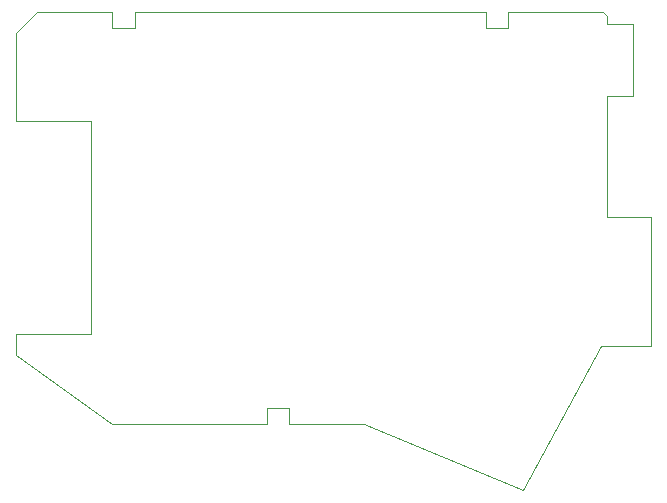
<source format=gbr>
%TF.GenerationSoftware,KiCad,Pcbnew,(5.1.2)-2*%
%TF.CreationDate,2020-04-26T17:29:46+08:00*%
%TF.ProjectId,wing-receiver-lite,77696e67-2d72-4656-9365-697665722d6c,rev?*%
%TF.SameCoordinates,Original*%
%TF.FileFunction,Profile,NP*%
%FSLAX46Y46*%
G04 Gerber Fmt 4.6, Leading zero omitted, Abs format (unit mm)*
G04 Created by KiCad (PCBNEW (5.1.2)-2) date 2020-04-26 17:29:46*
%MOMM*%
%LPD*%
G04 APERTURE LIST*
%ADD10C,0.100000*%
G04 APERTURE END LIST*
D10*
X76962000Y-84201000D02*
X76962000Y-91694000D01*
X76962000Y-111506000D02*
X76962000Y-109728000D01*
X83312000Y-109728000D02*
X76962000Y-109728000D01*
X83312000Y-91694000D02*
X83312000Y-109728000D01*
X76962000Y-91694000D02*
X83312000Y-91694000D01*
X116713000Y-82423000D02*
X116713000Y-83820000D01*
X100076000Y-115951000D02*
X98171000Y-115951000D01*
X126492000Y-110744000D02*
X119888000Y-122936000D01*
X127000000Y-99822000D02*
X130683000Y-99822000D01*
X98171000Y-115951000D02*
X98171000Y-117348000D01*
X86995000Y-82423000D02*
X116713000Y-82423000D01*
X116713000Y-83820000D02*
X118618000Y-83820000D01*
X130683000Y-99822000D02*
X130683000Y-110744000D01*
X86995000Y-83820000D02*
X86995000Y-82423000D01*
X100076000Y-117348000D02*
X100076000Y-115951000D01*
X118618000Y-83820000D02*
X118618000Y-82423000D01*
X85090000Y-117348000D02*
X76962000Y-111506000D01*
X76962000Y-84201000D02*
X78740000Y-82423000D01*
X129159000Y-89535000D02*
X127000000Y-89535000D01*
X129159000Y-83439000D02*
X129159000Y-89535000D01*
X119888000Y-122936000D02*
X106426000Y-117348000D01*
X118618000Y-82423000D02*
X126619000Y-82423000D01*
X126619000Y-82423000D02*
X127000000Y-82804000D01*
X127000000Y-89535000D02*
X127000000Y-99822000D01*
X85090000Y-83820000D02*
X86995000Y-83820000D01*
X130683000Y-110744000D02*
X126492000Y-110744000D01*
X127000000Y-82804000D02*
X127000000Y-83439000D01*
X127000000Y-83439000D02*
X129159000Y-83439000D01*
X85090000Y-82423000D02*
X85090000Y-83820000D01*
X85090000Y-82423000D02*
X78740000Y-82423000D01*
X100076000Y-117348000D02*
X106426000Y-117348000D01*
X98171000Y-117348000D02*
X85090000Y-117348000D01*
M02*

</source>
